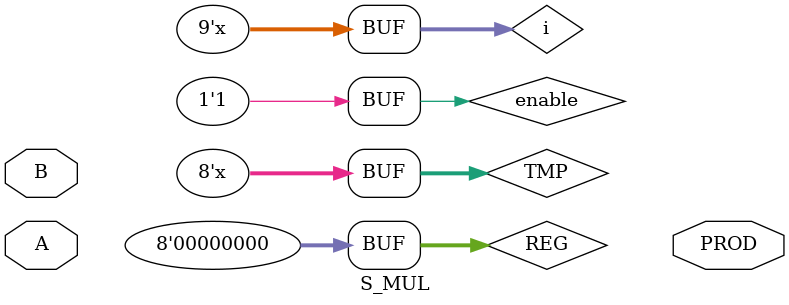
<source format=v>

`timescale 1 ns / 1 ns

module S_MUL (PROD, A, B);
parameter SIZE = 4; //DEFAULT WIDTH
output reg [SIZE*2-1:0] PROD; //16
input  [SIZE-1:0] A; //8
input  [SIZE-1:0] B; //8
reg [2*SIZE:0] i;
reg [2*SIZE-1:0] REG;
reg [2*SIZE-1:0] TMP;
reg enable;
reg [2*SIZE-1:0]PROD;

 initial
  begin
    i<=0;
    REG<=0;
  end

 always @( A or B)
  begin
    enable<=1;
    i<=0;
    REG<=0;

  end

always @*
  begin
    if(enable)
    begin
      
      if(i<SIZE)
      begin
        if(i==0) TMP={0,B};
        TMP<=TMP<<1;
        if(A[i])
        begin  
          
          REG<=REG+TMP;
        end
        i<=i+1;
        
      end
      else if(i==SIZE)
      begin
        PROD<=REG;
        i=0;
        REG<=0;
        enable<=0;
        
      end
    end
  end


endmodule

</source>
